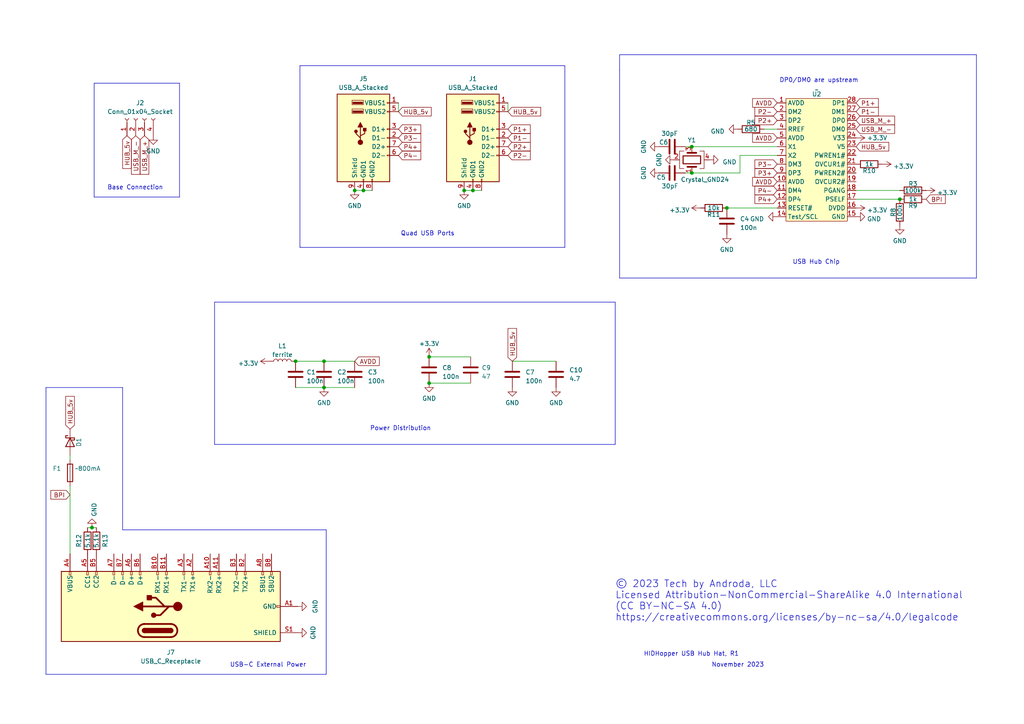
<source format=kicad_sch>
(kicad_sch (version 20230121) (generator eeschema)
  (paper "A4")
  (lib_symbols
    (symbol "Connector:Conn_01x04_Socket" (pin_names (offset 1.016) hide)
      (property "Reference" "J" (at 0 5.08 0))
      (property "Value" "Conn_01x04_Socket" (at 0 -7.62 0))
      (symbol "Conn_01x04_Socket_1_1"
        (arc (start 0 -4.572) (mid -0.5058 -5.08) (end 0 -5.588) (stroke (width 0.1524)))
        (arc (start 0 -2.032) (mid -0.5058 -2.54) (end 0 -3.048) (stroke (width 0.1524)))
        (polyline (pts (xy -1.27 -5.08) (xy -0.508 -5.08)) (stroke (width 0.1524)))
        (polyline (pts (xy -1.27 -2.54) (xy -0.508 -2.54)) (stroke (width 0.1524)))
        (polyline (pts (xy -1.27 0) (xy -0.508 0)) (stroke (width 0.1524)))
        (polyline (pts (xy -1.27 2.54) (xy -0.508 2.54)) (stroke (width 0.1524)))
        (arc (start 0 0.508) (mid -0.5058 0) (end 0 -0.508) (stroke (width 0.1524)))
        (arc (start 0 3.048) (mid -0.5058 2.54) (end 0 2.032) (stroke (width 0.1524)))
        (pin passive line (at -5.08 2.54 0) (length 3.81) (name "Pin_1") (number "1"))
        (pin passive line (at -5.08 0 0) (length 3.81) (name "Pin_2") (number "2"))
        (pin passive line (at -5.08 -2.54 0) (length 3.81) (name "Pin_3") (number "3"))
        (pin passive line (at -5.08 -5.08 0) (length 3.81) (name "Pin_4") (number "4"))
      )
    )
    (symbol "Connector:USB_A_Stacked" (pin_names (offset 1.016))
      (property "Reference" "J" (at 0 15.875 0))
      (property "Value" "USB_A_Stacked" (at 0 13.97 0))
      (symbol "USB_A_Stacked_0_1"
        (rectangle (start -7.62 12.7) (end 7.62 -12.7) (stroke (width 0.254)) (fill (type background)))
        (circle (center -2.159 1.905) (radius 0.381) (stroke (width 0.254)) (fill (type outline)))
        (circle (center -0.889 -1.27) (radius 0.635) (stroke (width 0.254)) (fill (type outline)))
        (rectangle (start -0.254 7.366) (end -3.048 7.874) (fill (type outline)))
        (rectangle (start -0.254 9.906) (end -3.048 10.414) (fill (type outline)))
        (rectangle (start -0.127 -12.7) (end 0.127 -11.938))
        (polyline (pts (xy -1.524 3.175) (xy -0.254 3.175) (xy -0.889 4.445) (xy -1.524 3.175)) (stroke (width 0.254)) (fill (type outline)))
        (polyline (pts (xy -0.889 -0.635) (xy -0.889 0) (xy -2.159 1.27) (xy -2.159 1.905)) (stroke (width 0.254)))
        (polyline (pts (xy -0.889 0) (xy -0.889 0.635) (xy 0.381 1.27) (xy 0.381 2.54)) (stroke (width 0.254)))
        (rectangle (start 0 2.794) (end 0.762 2.032) (stroke (width 0.254)) (fill (type outline)))
        (rectangle (start 0 7.112) (end -3.302 8.382))
        (rectangle (start 0 9.652) (end -3.302 10.922))
        (rectangle (start 2.413 -12.7) (end 2.667 -11.938))
        (rectangle (start 7.62 -5.207) (end 6.858 -4.953))
        (rectangle (start 7.62 -2.667) (end 6.858 -2.413))
        (rectangle (start 7.62 -0.127) (end 6.858 0.127))
        (rectangle (start 7.62 2.413) (end 6.858 2.667))
        (rectangle (start 7.62 7.493) (end 6.858 7.747))
        (rectangle (start 7.62 10.033) (end 6.858 10.287))
      )
      (symbol "USB_A_Stacked_1_1"
        (polyline (pts (xy -0.889 0.635) (xy -0.889 3.175)) (stroke (width 0.254)))
        (pin power_in line (at 10.16 10.16 180) (length 2.54) (name "VBUS1") (number "1"))
        (pin bidirectional line (at 10.16 0 180) (length 2.54) (name "D1-") (number "2"))
        (pin bidirectional line (at 10.16 2.54 180) (length 2.54) (name "D1+") (number "3"))
        (pin power_in line (at 0 -15.24 90) (length 2.54) (name "GND1") (number "4"))
        (pin power_in line (at 10.16 7.62 180) (length 2.54) (name "VBUS2") (number "5"))
        (pin bidirectional line (at 10.16 -5.08 180) (length 2.54) (name "D2-") (number "6"))
        (pin bidirectional line (at 10.16 -2.54 180) (length 2.54) (name "D2+") (number "7"))
        (pin power_in line (at 2.54 -15.24 90) (length 2.54) (name "GND2") (number "8"))
        (pin passive line (at -2.54 -15.24 90) (length 2.54) (name "Shield") (number "9"))
      )
    )
    (symbol "Connector:USB_C_Receptacle" (pin_names (offset 1.016))
      (property "Reference" "J" (at -10.16 29.21 0))
      (property "Value" "USB_C_Receptacle" (at 10.16 29.21 0))
      (symbol "USB_C_Receptacle_0_0"
        (rectangle (start -0.254 -35.56) (end 0.254 -34.544))
        (rectangle (start 10.16 -32.766) (end 9.144 -33.274))
        (rectangle (start 10.16 -30.226) (end 9.144 -30.734))
        (rectangle (start 10.16 -25.146) (end 9.144 -25.654))
        (rectangle (start 10.16 -22.606) (end 9.144 -23.114))
        (rectangle (start 10.16 -17.526) (end 9.144 -18.034))
        (rectangle (start 10.16 -14.986) (end 9.144 -15.494))
        (rectangle (start 10.16 -9.906) (end 9.144 -10.414))
        (rectangle (start 10.16 -7.366) (end 9.144 -7.874))
        (rectangle (start 10.16 -2.286) (end 9.144 -2.794))
        (rectangle (start 10.16 0.254) (end 9.144 -0.254))
        (rectangle (start 10.16 5.334) (end 9.144 4.826))
        (rectangle (start 10.16 7.874) (end 9.144 7.366))
        (rectangle (start 10.16 10.414) (end 9.144 9.906))
        (rectangle (start 10.16 12.954) (end 9.144 12.446))
        (rectangle (start 10.16 18.034) (end 9.144 17.526))
        (rectangle (start 10.16 20.574) (end 9.144 20.066))
        (rectangle (start 10.16 25.654) (end 9.144 25.146))
      )
      (symbol "USB_C_Receptacle_0_1"
        (rectangle (start -10.16 27.94) (end 10.16 -35.56) (stroke (width 0.254)) (fill (type background)))
        (arc (start -8.89 -3.81) (mid -6.985 -5.7067) (end -5.08 -3.81) (stroke (width 0.508)))
        (arc (start -7.62 -3.81) (mid -6.985 -4.4423) (end -6.35 -3.81) (stroke (width 0.254)))
        (arc (start -7.62 -3.81) (mid -6.985 -4.4423) (end -6.35 -3.81) (stroke (width 0.254)) (fill (type outline)))
        (rectangle (start -7.62 -3.81) (end -6.35 3.81) (stroke (width 0.254)) (fill (type outline)))
        (arc (start -6.35 3.81) (mid -6.985 4.4423) (end -7.62 3.81) (stroke (width 0.254)))
        (arc (start -6.35 3.81) (mid -6.985 4.4423) (end -7.62 3.81) (stroke (width 0.254)) (fill (type outline)))
        (arc (start -5.08 3.81) (mid -6.985 5.7067) (end -8.89 3.81) (stroke (width 0.508)))
        (polyline (pts (xy -8.89 -3.81) (xy -8.89 3.81)) (stroke (width 0.508)))
        (polyline (pts (xy -5.08 3.81) (xy -5.08 -3.81)) (stroke (width 0.508)))
      )
      (symbol "USB_C_Receptacle_1_1"
        (circle (center -2.54 1.143) (radius 0.635) (stroke (width 0.254)) (fill (type outline)))
        (circle (center 0 -5.842) (radius 1.27) (fill (type outline)))
        (polyline (pts (xy 0 -5.842) (xy 0 4.318)) (stroke (width 0.508)))
        (polyline (pts (xy 0 -3.302) (xy -2.54 -0.762) (xy -2.54 0.508)) (stroke (width 0.508)))
        (polyline (pts (xy 0 -2.032) (xy 2.54 0.508) (xy 2.54 1.778)) (stroke (width 0.508)))
        (polyline (pts (xy -1.27 4.318) (xy 0 6.858) (xy 1.27 4.318) (xy -1.27 4.318)) (stroke (width 0.254)) (fill (type outline)))
        (rectangle (start 1.905 1.778) (end 3.175 3.048) (stroke (width 0.254)) (fill (type outline)))
        (pin passive line (at 0 -40.64 90) (length 5.08) (name "GND") (number "A1"))
        (pin bidirectional line (at 15.24 -15.24 180) (length 5.08) (name "RX2-") (number "A10"))
        (pin bidirectional line (at 15.24 -17.78 180) (length 5.08) (name "RX2+") (number "A11"))
        (pin passive line (at 0 -40.64 90) (length 5.08) hide (name "GND") (number "A12"))
        (pin bidirectional line (at 15.24 -10.16 180) (length 5.08) (name "TX1+") (number "A2"))
        (pin bidirectional line (at 15.24 -7.62 180) (length 5.08) (name "TX1-") (number "A3"))
        (pin passive line (at 15.24 25.4 180) (length 5.08) (name "VBUS") (number "A4"))
        (pin bidirectional line (at 15.24 20.32 180) (length 5.08) (name "CC1") (number "A5"))
        (pin bidirectional line (at 15.24 7.62 180) (length 5.08) (name "D+") (number "A6"))
        (pin bidirectional line (at 15.24 12.7 180) (length 5.08) (name "D-") (number "A7"))
        (pin bidirectional line (at 15.24 -30.48 180) (length 5.08) (name "SBU1") (number "A8"))
        (pin passive line (at 15.24 25.4 180) (length 5.08) hide (name "VBUS") (number "A9"))
        (pin passive line (at 0 -40.64 90) (length 5.08) hide (name "GND") (number "B1"))
        (pin bidirectional line (at 15.24 0 180) (length 5.08) (name "RX1-") (number "B10"))
        (pin bidirectional line (at 15.24 -2.54 180) (length 5.08) (name "RX1+") (number "B11"))
        (pin passive line (at 0 -40.64 90) (length 5.08) hide (name "GND") (number "B12"))
        (pin bidirectional line (at 15.24 -25.4 180) (length 5.08) (name "TX2+") (number "B2"))
        (pin bidirectional line (at 15.24 -22.86 180) (length 5.08) (name "TX2-") (number "B3"))
        (pin passive line (at 15.24 25.4 180) (length 5.08) hide (name "VBUS") (number "B4"))
        (pin bidirectional line (at 15.24 17.78 180) (length 5.08) (name "CC2") (number "B5"))
        (pin bidirectional line (at 15.24 5.08 180) (length 5.08) (name "D+") (number "B6"))
        (pin bidirectional line (at 15.24 10.16 180) (length 5.08) (name "D-") (number "B7"))
        (pin bidirectional line (at 15.24 -33.02 180) (length 5.08) (name "SBU2") (number "B8"))
        (pin passive line (at 15.24 25.4 180) (length 5.08) hide (name "VBUS") (number "B9"))
        (pin passive line (at -7.62 -40.64 90) (length 5.08) (name "SHIELD") (number "S1"))
      )
    )
    (symbol "Device:C" (pin_numbers hide) (pin_names (offset 0.254))
      (property "Reference" "C" (at 0.635 2.54 0))
      (property "Value" "C" (at 0.635 -2.54 0))
      (symbol "C_0_1"
        (polyline (pts (xy -2.032 -0.762) (xy 2.032 -0.762)) (stroke (width 0.508)))
        (polyline (pts (xy -2.032 0.762) (xy 2.032 0.762)) (stroke (width 0.508)))
      )
      (symbol "C_1_1"
        (pin passive line (at 0 3.81 270) (length 2.794) (name "~") (number "1"))
        (pin passive line (at 0 -3.81 90) (length 2.794) (name "~") (number "2"))
      )
    )
    (symbol "Device:Crystal_GND24" (pin_names (offset 1.016) hide)
      (property "Reference" "Y" (at 3.175 5.08 0))
      (property "Value" "Crystal_GND24" (at 3.175 3.175 0))
      (symbol "Crystal_GND24_0_1"
        (rectangle (start -1.143 2.54) (end 1.143 -2.54) (stroke (width 0.3048)))
        (polyline (pts (xy -2.54 0) (xy -2.032 0)))
        (polyline (pts (xy -2.032 -1.27) (xy -2.032 1.27)) (stroke (width 0.508)))
        (polyline (pts (xy 0 -3.81) (xy 0 -3.556)))
        (polyline (pts (xy 0 3.556) (xy 0 3.81)))
        (polyline (pts (xy 2.032 -1.27) (xy 2.032 1.27)) (stroke (width 0.508)))
        (polyline (pts (xy 2.032 0) (xy 2.54 0)))
        (polyline (pts (xy -2.54 -2.286) (xy -2.54 -3.556) (xy 2.54 -3.556) (xy 2.54 -2.286)))
        (polyline (pts (xy -2.54 2.286) (xy -2.54 3.556) (xy 2.54 3.556) (xy 2.54 2.286)))
      )
      (symbol "Crystal_GND24_1_1"
        (pin passive line (at -3.81 0 0) (length 1.27) (name "1") (number "1"))
        (pin passive line (at 0 5.08 270) (length 1.27) (name "2") (number "2"))
        (pin passive line (at 3.81 0 180) (length 1.27) (name "3") (number "3"))
        (pin passive line (at 0 -5.08 90) (length 1.27) (name "4") (number "4"))
      )
    )
    (symbol "Device:D_Schottky" (pin_numbers hide) (pin_names (offset 1.016) hide)
      (property "Reference" "D" (at 0 2.54 0))
      (property "Value" "D_Schottky" (at 0 -2.54 0))
      (symbol "D_Schottky_0_1"
        (polyline (pts (xy 1.27 0) (xy -1.27 0)))
        (polyline (pts (xy 1.27 1.27) (xy 1.27 -1.27) (xy -1.27 0) (xy 1.27 1.27)) (stroke (width 0.254)))
        (polyline (pts (xy -1.905 0.635) (xy -1.905 1.27) (xy -1.27 1.27) (xy -1.27 -1.27) (xy -0.635 -1.27) (xy -0.635 -0.635)) (stroke (width 0.254)))
      )
      (symbol "D_Schottky_1_1"
        (pin passive line (at -3.81 0 0) (length 2.54) (name "K") (number "1"))
        (pin passive line (at 3.81 0 180) (length 2.54) (name "A") (number "2"))
      )
    )
    (symbol "Device:Fuse" (pin_numbers hide) (pin_names (offset 0))
      (property "Reference" "F" (at 2.032 0 90))
      (property "Value" "Fuse" (at -1.905 0 90))
      (symbol "Fuse_0_1"
        (rectangle (start -0.762 -2.54) (end 0.762 2.54) (stroke (width 0.254)))
        (polyline (pts (xy 0 2.54) (xy 0 -2.54)))
      )
      (symbol "Fuse_1_1"
        (pin passive line (at 0 3.81 270) (length 1.27) (name "~") (number "1"))
        (pin passive line (at 0 -3.81 90) (length 1.27) (name "~") (number "2"))
      )
    )
    (symbol "Device:L" (pin_numbers hide) (pin_names (offset 1.016) hide)
      (property "Reference" "L" (at -1.27 0 90))
      (property "Value" "L" (at 1.905 0 90))
      (symbol "L_0_1"
        (arc (start 0 -2.54) (mid 0.6323 -1.905) (end 0 -1.27))
        (arc (start 0 -1.27) (mid 0.6323 -0.635) (end 0 0))
        (arc (start 0 0) (mid 0.6323 0.635) (end 0 1.27))
        (arc (start 0 1.27) (mid 0.6323 1.905) (end 0 2.54))
      )
      (symbol "L_1_1"
        (pin passive line (at 0 3.81 270) (length 1.27) (name "1") (number "1"))
        (pin passive line (at 0 -3.81 90) (length 1.27) (name "2") (number "2"))
      )
    )
    (symbol "Device:R" (pin_numbers hide) (pin_names (offset 0))
      (property "Reference" "R" (at 2.032 0 90))
      (property "Value" "R" (at 0 0 90))
      (symbol "R_0_1"
        (rectangle (start -1.016 -2.54) (end 1.016 2.54) (stroke (width 0.254)))
      )
      (symbol "R_1_1"
        (pin passive line (at 0 3.81 270) (length 1.27) (name "~") (number "1"))
        (pin passive line (at 0 -3.81 90) (length 1.27) (name "~") (number "2"))
      )
    )
    (symbol "New_Library:GL850G_SSOP28"
      (property "Reference" "U" (at 0 1.27 0))
      (symbol "GL850G_SSOP28_0_1"
        (rectangle (start -8.89 -1.27) (end 8.89 -36.83) (fill (type background)))
      )
      (symbol "GL850G_SSOP28_1_1"
        (pin input line (at -11.43 -2.54 0) (length 2.54) (name "AVDD") (number "1"))
        (pin input line (at -11.43 -25.4 0) (length 2.54) (name "AVDD") (number "10"))
        (pin input line (at -11.43 -27.94 0) (length 2.54) (name "DM4") (number "11"))
        (pin input line (at -11.43 -30.48 0) (length 2.54) (name "DP4") (number "12"))
        (pin input line (at -11.43 -33.02 0) (length 2.54) (name "RESET#") (number "13"))
        (pin input line (at -11.43 -35.56 0) (length 2.54) (name "Test/SCL") (number "14"))
        (pin input line (at 11.43 -35.56 180) (length 2.54) (name "GND") (number "15"))
        (pin input line (at 11.43 -33.02 180) (length 2.54) (name "DVDD") (number "16"))
        (pin input line (at 11.43 -30.48 180) (length 2.54) (name "PSELF") (number "17"))
        (pin input line (at 11.43 -27.94 180) (length 2.54) (name "PGANG") (number "18"))
        (pin input line (at 11.43 -25.4 180) (length 2.54) (name "OVCUR2#") (number "19"))
        (pin input line (at -11.43 -5.08 0) (length 2.54) (name "DM2") (number "2"))
        (pin input line (at 11.43 -22.86 180) (length 2.54) (name "PWREN2#") (number "20"))
        (pin input line (at 11.43 -20.32 180) (length 2.54) (name "OVCUR1#") (number "21"))
        (pin input line (at 11.43 -17.78 180) (length 2.54) (name "PWREN1#") (number "22"))
        (pin input line (at 11.43 -15.24 180) (length 2.54) (name "V5") (number "23"))
        (pin input line (at 11.43 -12.7 180) (length 2.54) (name "V33") (number "24"))
        (pin input line (at 11.43 -10.16 180) (length 2.54) (name "DM0") (number "25"))
        (pin input line (at 11.43 -7.62 180) (length 2.54) (name "DP0") (number "26"))
        (pin input line (at 11.43 -5.08 180) (length 2.54) (name "DM1") (number "27"))
        (pin input line (at 11.43 -2.54 180) (length 2.54) (name "DP1") (number "28"))
        (pin input line (at -11.43 -7.62 0) (length 2.54) (name "DP2") (number "3"))
        (pin input line (at -11.43 -10.16 0) (length 2.54) (name "RREF") (number "4"))
        (pin input line (at -11.43 -12.7 0) (length 2.54) (name "AVDD") (number "5"))
        (pin input line (at -11.43 -15.24 0) (length 2.54) (name "X1") (number "6"))
        (pin input line (at -11.43 -17.78 0) (length 2.54) (name "X2") (number "7"))
        (pin input line (at -11.43 -20.32 0) (length 2.54) (name "DM3") (number "8"))
        (pin input line (at -11.43 -22.86 0) (length 2.54) (name "DP3") (number "9"))
      )
    )
    (symbol "power:+3.3V" (power) (pin_names (offset 0))
      (property "Value" "+3.3V" (at 0 3.556 0))
      (symbol "+3.3V_0_1"
        (polyline (pts (xy -0.762 1.27) (xy 0 2.54)))
        (polyline (pts (xy 0 0) (xy 0 2.54)))
        (polyline (pts (xy 0 2.54) (xy 0.762 1.27)))
      )
      (symbol "+3.3V_1_1"
        (pin power_in line (at 0 0 90) (length 0) hide (name "+3.3V") (number "1"))
      )
    )
    (symbol "power:GND" (power) (pin_names (offset 0))
      (property "Value" "GND" (at 0 -3.81 0))
      (symbol "GND_0_1"
        (polyline (pts (xy 0 0) (xy 0 -1.27) (xy 1.27 -1.27) (xy 0 -2.54) (xy -1.27 -1.27) (xy 0 -1.27)))
      )
      (symbol "GND_1_1"
        (pin power_in line (at 0 0 270) (length 0) hide (name "GND") (number "1"))
      )
    )
  )
  (junction (at 200.66 50.165))
  (junction (at 200.66 42.545))
  (junction (at 124.46 103.505))
  (junction (at 260.985 57.785))
  (junction (at 134.62 55.245))
  (junction (at 210.82 60.325))
  (junction (at 85.725 104.775))
  (junction (at 93.98 104.775))
  (junction (at 105.41 55.245))
  (junction (at 93.98 112.395))
  (junction (at 102.87 55.245))
  (junction (at 124.46 111.125))
  (junction (at 137.16 55.245))
  (junction (at 26.67 153.035))
  (polyline (pts (xy 163.83 71.755) (xy 163.83 19.05)))
  (polyline (pts (xy 35.56 112.395) (xy 13.335 112.395)))
  (wire (pts (xy 214.63 45.085) (xy 214.63 50.165)))
  (polyline (pts (xy 13.335 113.665) (xy 13.335 195.58)))
  (wire (pts (xy 248.285 57.785) (xy 260.985 57.785)))
  (wire (pts (xy 198.755 42.545) (xy 200.66 42.545)))
  (polyline (pts (xy 179.705 15.875) (xy 179.705 20.32)))
  (polyline (pts (xy 179.705 20.32) (xy 179.705 80.645)))
  (wire (pts (xy 20.32 140.97) (xy 20.32 160.655)))
  (wire (pts (xy 85.725 104.775) (xy 93.98 104.775)))
  (wire (pts (xy 200.66 50.165) (xy 198.755 50.165)))
  (wire (pts (xy 93.98 104.775) (xy 102.87 104.775)))
  (polyline (pts (xy 62.23 87.63) (xy 62.23 128.905)))
  (polyline (pts (xy 27.305 24.13) (xy 52.07 24.13)))
  (wire (pts (xy 214.63 50.165) (xy 200.66 50.165)))
  (wire (pts (xy 105.41 55.245) (xy 107.95 55.245)))
  (wire (pts (xy 134.62 55.245) (xy 137.16 55.245)))
  (polyline (pts (xy 86.995 19.05) (xy 163.83 19.05)))
  (polyline (pts (xy 178.435 128.905) (xy 178.435 87.63)))
  (wire (pts (xy 210.82 60.325) (xy 225.425 60.325)))
  (polyline (pts (xy 86.995 19.05) (xy 86.995 71.755)))
  (polyline (pts (xy 283.21 15.875) (xy 179.705 15.875)))
  (polyline (pts (xy 62.23 128.905) (xy 178.435 128.905)))
  (polyline (pts (xy 13.335 195.58) (xy 94.615 195.58)))
  (wire (pts (xy 221.615 37.465) (xy 225.425 37.465)))
  (wire (pts (xy 26.67 153.035) (xy 27.94 153.035)))
  (wire (pts (xy 147.32 29.845) (xy 147.32 32.385)))
  (polyline (pts (xy 13.335 112.395) (xy 13.335 113.665)))
  (wire (pts (xy 25.4 153.035) (xy 26.67 153.035)))
  (polyline (pts (xy 283.21 80.645) (xy 283.21 15.875)))
  (polyline (pts (xy 35.56 153.67) (xy 35.56 112.395)))
  (wire (pts (xy 20.32 132.08) (xy 20.32 133.35)))
  (wire (pts (xy 115.57 29.845) (xy 115.57 32.385)))
  (wire (pts (xy 124.46 111.125) (xy 136.525 111.125)))
  (polyline (pts (xy 27.305 24.13) (xy 27.305 57.15)))
  (polyline (pts (xy 62.23 87.63) (xy 178.435 87.63)))
  (wire (pts (xy 248.285 55.245) (xy 260.985 55.245)))
  (polyline (pts (xy 179.705 80.645) (xy 283.21 80.645)))
  (polyline (pts (xy 94.615 195.58) (xy 94.615 153.67)))
  (wire (pts (xy 148.59 104.775) (xy 161.29 104.775)))
  (polyline (pts (xy 52.07 57.15) (xy 52.07 24.13)))
  (wire (pts (xy 124.46 103.505) (xy 136.525 103.505)))
  (wire (pts (xy 85.725 112.395) (xy 93.98 112.395)))
  (polyline (pts (xy 94.615 153.67) (xy 35.56 153.67)))
  (wire (pts (xy 225.425 45.085) (xy 214.63 45.085)))
  (polyline (pts (xy 27.305 57.15) (xy 52.07 57.15)))
  (wire (pts (xy 102.87 55.245) (xy 105.41 55.245)))
  (wire (pts (xy 200.66 42.545) (xy 225.425 42.545)))
  (polyline (pts (xy 86.995 71.755) (xy 163.83 71.755)))
  (wire (pts (xy 137.16 55.245) (xy 139.7 55.245)))
  (wire (pts (xy 93.98 112.395) (xy 102.87 112.395)))
  (text "HIDHopper USB Hub Hat, R1" (at 186.69 190.5 0) (effects (font (size 1.27 1.27)) (justify left bottom)))
  (text "USB Hub Chip" (at 229.87 76.835 0) (effects (font (size 1.27 1.27)) (justify left bottom)))
  (text "November 2023" (at 206.375 193.675 0) (effects (font (size 1.27 1.27)) (justify left bottom)))
  (text "Power Distribution" (at 107.315 125.095 0) (effects (font (size 1.27 1.27)) (justify left bottom)))
  (text "Base Connection" (at 31.115 55.245 0) (effects (font (size 1.27 1.27)) (justify left bottom)))
  (text "© 2023 Tech by Androda, LLC\nLicensed Attribution-NonCommercial-ShareAlike 4.0 International\n(CC BY-NC-SA 4.0)\nhttps://creativecommons.org/licenses/by-nc-sa/4.0/legalcode" (at 178.435 180.34 0) (effects (font (size 2 2)) (justify left bottom)))
  (text "DP0/DM0 are upstream" (at 226.06 24.13 0) (effects (font (size 1.27 1.27)) (justify left bottom)))
  (text "Quad USB Ports" (at 116.205 68.58 0) (effects (font (size 1.27 1.27)) (justify left bottom)))
  (text "USB-C External Power" (at 66.675 193.675 0) (effects (font (size 1.27 1.27)) (justify left bottom)))
  (global_label "HUB_5v" (shape input) (at 36.83 39.37 270) (property "Intersheetrefs" "${INTERSHEET_REFS}" (effects hide)))
  (global_label "HUB_5v" (shape input) (at 148.59 104.775 90) (property "Intersheetrefs" "${INTERSHEET_REFS}" (effects hide)))
  (global_label "P4-" (shape input) (at 225.425 55.245 180) (property "Intersheetrefs" "${INTERSHEET_REFS}" (effects hide)))
  (global_label "P2-" (shape input) (at 147.32 45.085 0) (property "Intersheetrefs" "${INTERSHEET_REFS}" (effects hide)))
  (global_label "BPI" (shape input) (at 268.605 57.785 0) (property "Intersheetrefs" "${INTERSHEET_REFS}" (effects hide)))
  (global_label "P3+" (shape input) (at 225.425 50.165 180) (property "Intersheetrefs" "${INTERSHEET_REFS}" (effects hide)))
  (global_label "USB_M_-" (shape input) (at 39.37 39.37 270) (property "Intersheetrefs" "${INTERSHEET_REFS}" (effects hide)))
  (global_label "P2+" (shape input) (at 147.32 42.545 0) (property "Intersheetrefs" "${INTERSHEET_REFS}" (effects hide)))
  (global_label "P3-" (shape input) (at 115.57 40.005 0) (property "Intersheetrefs" "${INTERSHEET_REFS}" (effects hide)))
  (global_label "P1-" (shape input) (at 248.285 32.385 0) (property "Intersheetrefs" "${INTERSHEET_REFS}" (effects hide)))
  (global_label "P3+" (shape input) (at 115.57 37.465 0) (property "Intersheetrefs" "${INTERSHEET_REFS}" (effects hide)))
  (global_label "HUB_5v" (shape input) (at 147.32 32.385 0) (property "Intersheetrefs" "${INTERSHEET_REFS}" (effects hide)))
  (global_label "P1+" (shape input) (at 147.32 37.465 0) (property "Intersheetrefs" "${INTERSHEET_REFS}" (effects hide)))
  (global_label "P1+" (shape input) (at 248.285 29.845 0) (property "Intersheetrefs" "${INTERSHEET_REFS}" (effects hide)))
  (global_label "P2-" (shape input) (at 225.425 32.385 180) (property "Intersheetrefs" "${INTERSHEET_REFS}" (effects hide)))
  (global_label "P4+" (shape input) (at 115.57 42.545 0) (property "Intersheetrefs" "${INTERSHEET_REFS}" (effects hide)))
  (global_label "P1-" (shape input) (at 147.32 40.005 0) (property "Intersheetrefs" "${INTERSHEET_REFS}" (effects hide)))
  (global_label "AVDD" (shape input) (at 102.87 104.775 0) (property "Intersheetrefs" "${INTERSHEET_REFS}" (effects hide)))
  (global_label "P4+" (shape input) (at 225.425 57.785 180) (property "Intersheetrefs" "${INTERSHEET_REFS}" (effects hide)))
  (global_label "P4-" (shape input) (at 115.57 45.085 0) (property "Intersheetrefs" "${INTERSHEET_REFS}" (effects hide)))
  (global_label "AVDD" (shape input) (at 225.425 29.845 180) (property "Intersheetrefs" "${INTERSHEET_REFS}" (effects hide)))
  (global_label "BPI" (shape input) (at 20.32 143.51 180) (property "Intersheetrefs" "${INTERSHEET_REFS}" (effects hide)))
  (global_label "AVDD" (shape input) (at 225.425 40.005 180) (property "Intersheetrefs" "${INTERSHEET_REFS}" (effects hide)))
  (global_label "USB_M_+" (shape input) (at 41.91 39.37 270) (property "Intersheetrefs" "${INTERSHEET_REFS}" (effects hide)))
  (global_label "P3-" (shape input) (at 225.425 47.625 180) (property "Intersheetrefs" "${INTERSHEET_REFS}" (effects hide)))
  (global_label "HUB_5v" (shape input) (at 248.285 42.545 0) (property "Intersheetrefs" "${INTERSHEET_REFS}" (effects hide)))
  (global_label "HUB_5v" (shape input) (at 115.57 32.385 0) (property "Intersheetrefs" "${INTERSHEET_REFS}" (effects hide)))
  (global_label "USB_M_-" (shape input) (at 248.285 37.465 0) (property "Intersheetrefs" "${INTERSHEET_REFS}" (effects hide)))
  (global_label "USB_M_+" (shape input) (at 248.285 34.925 0) (property "Intersheetrefs" "${INTERSHEET_REFS}" (effects hide)))
  (global_label "P2+" (shape input) (at 225.425 34.925 180) (property "Intersheetrefs" "${INTERSHEET_REFS}" (effects hide)))
  (global_label "AVDD" (shape input) (at 225.425 52.705 180) (property "Intersheetrefs" "${INTERSHEET_REFS}" (effects hide)))
  (global_label "HUB_5v" (shape input) (at 20.32 124.46 90) (property "Intersheetrefs" "${INTERSHEET_REFS}" (effects hide)))
  (symbol (lib_id "Device:R") (at 260.985 61.595 180) (unit 1)
    (property "Reference" "R8" (at 259.08 61.595 90))
    (property "Value" "100k" (at 260.985 61.595 90))
    (property "Footprint" "Resistor_SMD:R_0603_1608Metric" (effects hide))
  )
  (symbol (lib_id "Device:R") (at 207.01 60.325 90) (unit 1)
    (property "Reference" "R11" (at 207.01 62.23 90))
    (property "Value" "10k" (at 207.01 60.325 90))
  )
  (symbol (lib_id "power:GND") (at 191.135 50.165 270) (unit 1)
    (property "Reference" "#PWR05" (effects hide))
    (property "Value" "GND" (at 186.69 50.165 0))
  )
  (symbol (lib_id "Device:R") (at 25.4 156.845 180) (unit 1)
    (property "Reference" "R12" (at 22.86 156.845 90))
    (property "Value" "5.1k" (at 25.4 156.845 90))
    (property "Footprint" "Resistor_SMD:R_0402_1005Metric" (effects hide))
  )
  (symbol (lib_id "Device:C") (at 210.82 64.135 0) (unit 1)
    (property "Reference" "C4" (at 214.63 63.5 0) (effects (justify left)))
    (property "Value" "100n" (at 214.63 66.04 0) (effects (justify left)))
  )
  (symbol (lib_id "Device:C") (at 161.29 108.585 0) (unit 1)
    (property "Reference" "C10" (at 165.1 107.315 0) (effects (justify left)))
    (property "Value" "4.7" (at 165.1 109.855 0) (effects (justify left)))
    (property "Footprint" "Capacitor_SMD:C_0805_2012Metric" (effects hide))
  )
  (symbol (lib_id "Device:C") (at 102.87 108.585 0) (unit 1)
    (property "Reference" "C3" (at 106.68 107.95 0) (effects (justify left)))
    (property "Value" "100n" (at 106.68 110.49 0) (effects (justify left)))
    (property "Footprint" "Capacitor_SMD:C_0805_2012Metric" (effects hide))
  )
  (symbol (lib_id "Connector:Conn_01x04_Socket") (at 39.37 34.29 90) (unit 1)
    (property "Reference" "J2" (at 40.64 29.845 90))
    (property "Value" "Conn_01x04_Socket" (at 40.64 32.385 90))
    (property "Footprint" "Connector_PinSocket_2.54mm:PinSocket_1x04_P2.54mm_Vertical" (effects hide))
  )
  (symbol (lib_id "power:GND") (at 134.62 55.245 0) (unit 1)
    (property "Reference" "#PWR014" (effects hide))
    (property "Value" "GND" (at 134.62 59.69 0))
  )
  (symbol (lib_id "Device:C") (at 194.945 42.545 270) (unit 1)
    (property "Reference" "C6" (at 191.135 41.275 90) (effects (justify left)))
    (property "Value" "30pF" (at 191.77 38.735 90) (effects (justify left)))
    (property "Footprint" "Capacitor_SMD:C_0402_1005Metric" (effects hide))
  )
  (symbol (lib_id "power:GND") (at 225.425 62.865 270) (unit 1)
    (property "Reference" "#PWR013" (effects hide))
    (property "Value" "GND" (at 221.615 63.5 90) (effects (justify right)))
  )
  (symbol (lib_id "power:+3.3V") (at 255.905 47.625 270) (unit 1)
    (property "Reference" "#PWR019" (effects hide))
    (property "Value" "+3.3V" (at 259.08 48.26 90) (effects (justify left)))
  )
  (symbol (lib_id "Device:R") (at 217.805 37.465 90) (unit 1)
    (property "Reference" "R5" (at 217.805 35.56 90))
    (property "Value" "680" (at 217.805 37.465 90))
    (property "Footprint" "Resistor_SMD:R_0603_1608Metric" (effects hide))
  )
  (symbol (lib_id "Device:C") (at 93.98 108.585 0) (unit 1)
    (property "Reference" "C2" (at 97.79 107.95 0) (effects (justify left)))
    (property "Value" "100n" (at 97.79 110.49 0) (effects (justify left)))
    (property "Footprint" "Capacitor_SMD:C_0805_2012Metric" (effects hide))
  )
  (symbol (lib_id "Device:R") (at 27.94 156.845 0) (unit 1)
    (property "Reference" "R13" (at 30.48 156.845 90))
    (property "Value" "5.1k" (at 27.94 156.845 90))
    (property "Footprint" "Resistor_SMD:R_0402_1005Metric" (effects hide))
  )
  (symbol (lib_id "power:GND") (at 195.58 46.355 270) (unit 1)
    (property "Reference" "#PWR06" (effects hide))
    (property "Value" "GND" (at 191.135 46.355 0))
  )
  (symbol (lib_id "power:GND") (at 124.46 111.125 0) (unit 1)
    (property "Reference" "#PWR022" (effects hide))
    (property "Value" "GND" (at 124.46 115.57 0))
  )
  (symbol (lib_id "power:GND") (at 260.985 65.405 0) (unit 1)
    (property "Reference" "#PWR020" (effects hide))
    (property "Value" "GND" (at 260.985 69.85 0))
  )
  (symbol (lib_id "Connector:USB_A_Stacked") (at 105.41 40.005 0) (unit 1)
    (property "Reference" "J5" (at 105.41 22.86 0))
    (property "Value" "USB_A_Stacked" (at 105.41 25.4 0))
    (property "Footprint" "Connector_USB:USB_A_CUI_UJ2-ADH-TH_Horizontal_Stacked" (effects hide))
    (property "Datasheet" " ~" (effects hide))
  )
  (symbol (lib_id "Device:L") (at 81.915 104.775 90) (unit 1)
    (property "Reference" "L1" (at 81.915 100.33 90))
    (property "Value" "ferrite" (at 81.915 102.87 90))
    (property "Footprint" "Inductor_SMD:L_0805_2012Metric" (effects hide))
  )
  (symbol (lib_id "power:+3.3V") (at 248.285 60.325 270) (unit 1)
    (property "Reference" "#PWR017" (effects hide))
    (property "Value" "+3.3V" (at 251.46 60.96 90) (effects (justify left)))
  )
  (symbol (lib_id "Device:R") (at 252.095 47.625 90) (unit 1)
    (property "Reference" "R10" (at 252.095 49.53 90))
    (property "Value" "1k" (at 252.095 47.625 90))
    (property "Footprint" "Resistor_SMD:R_0603_1608Metric" (effects hide))
  )
  (symbol (lib_id "power:+3.3V") (at 203.2 60.325 90) (unit 1)
    (property "Reference" "#PWR07" (effects hide))
    (property "Value" "+3.3V" (at 200.025 60.96 90) (effects (justify left)))
  )
  (symbol (lib_id "Device:C") (at 124.46 107.315 0) (unit 1)
    (property "Reference" "C8" (at 128.27 106.68 0) (effects (justify left)))
    (property "Value" "100n" (at 128.27 109.22 0) (effects (justify left)))
    (property "Footprint" "Capacitor_SMD:C_0805_2012Metric" (effects hide))
  )
  (symbol (lib_id "power:GND") (at 44.45 39.37 0) (mirror y) (unit 1)
    (property "Reference" "#PWR025" (effects hide))
    (property "Value" "GND" (at 44.45 43.815 0))
  )
  (symbol (lib_id "Device:D_Schottky") (at 20.32 128.27 90) (mirror x) (unit 1)
    (property "Reference" "D1" (at 22.86 128.27 0))
    (property "Value" "D_Schottky" (effects hide))
    (property "Footprint" "Diode_SMD:D_SMA" (effects hide))
  )
  (symbol (lib_id "Device:C") (at 85.725 108.585 0) (unit 1)
    (property "Reference" "C1" (at 88.9 107.95 0) (effects (justify left)))
    (property "Value" "100n" (at 88.9 110.49 0) (effects (justify left)))
    (property "Footprint" "Capacitor_SMD:C_0805_2012Metric" (effects hide))
  )
  (symbol (lib_id "power:GND") (at 102.87 55.245 0) (unit 1)
    (property "Reference" "#PWR08" (effects hide))
    (property "Value" "GND" (at 102.87 59.69 0))
  )
  (symbol (lib_id "power:GND") (at 26.67 153.035 180) (unit 1)
    (property "Reference" "#PWR01" (effects hide))
    (property "Value" "GND" (at 27.305 149.86 90) (effects (justify right)))
  )
  (symbol (lib_id "power:GND") (at 86.36 175.895 90) (unit 1)
    (property "Reference" "#PWR02" (effects hide))
    (property "Value" "GND" (at 91.44 175.895 0))
  )
  (symbol (lib_id "power:GND") (at 148.59 112.395 0) (unit 1)
    (property "Reference" "#PWR026" (effects hide))
    (property "Value" "GND" (at 148.59 116.84 0))
  )
  (symbol (lib_id "power:GND") (at 86.36 183.515 90) (unit 1)
    (property "Reference" "#PWR03" (effects hide))
    (property "Value" "GND" (at 90.805 183.515 0))
  )
  (symbol (lib_id "power:GND") (at 210.82 67.945 0) (unit 1)
    (property "Reference" "#PWR010" (effects hide))
    (property "Value" "GND" (at 210.82 72.39 0))
  )
  (symbol (lib_id "power:GND") (at 205.74 46.355 90) (unit 1)
    (property "Reference" "#PWR09" (effects hide))
    (property "Value" "GND" (at 209.55 46.99 90) (effects (justify right)))
  )
  (symbol (lib_id "power:GND") (at 213.995 37.465 270) (unit 1)
    (property "Reference" "#PWR011" (effects hide))
    (property "Value" "GND" (at 210.185 38.1 90) (effects (justify right)))
  )
  (symbol (lib_id "Device:R") (at 264.795 55.245 90) (unit 1)
    (property "Reference" "R3" (at 264.795 53.34 90))
    (property "Value" "100k" (at 264.795 55.245 90))
    (property "Footprint" "Resistor_SMD:R_0603_1608Metric" (effects hide))
  )
  (symbol (lib_id "Device:Crystal_GND24") (at 200.66 46.355 90) (unit 1)
    (property "Reference" "Y1" (at 200.66 40.64 90))
    (property "Value" "Crystal_GND24" (at 204.47 52.07 90))
    (property "Footprint" "Crystal:Crystal_SMD_3225-4Pin_3.2x2.5mm" (effects hide))
  )
  (symbol (lib_id "Connector:USB_C_Receptacle") (at 45.72 175.895 90) (unit 1)
    (property "Reference" "J7" (at 49.53 189.23 90))
    (property "Value" "USB_C_Receptacle" (at 49.53 191.77 90))
    (property "Footprint" "Connector_USB:USB_C_Receptacle_HRO_TYPE-C-31-M-12" (effects hide))
    (property "Datasheet" "https://www.usb.org/sites/default/files/documents/usb_type-c.zip" (effects hide))
  )
  (symbol (lib_id "power:+3.3V") (at 78.105 104.775 90) (unit 1)
    (property "Reference" "#PWR012" (effects hide))
    (property "Value" "+3.3V" (at 74.93 105.41 90) (effects (justify left)))
  )
  (symbol (lib_id "New_Library:GL850G_SSOP28") (at 236.855 27.305 0) (unit 1)
    (property "Reference" "U2" (at 236.855 27.305 0))
    (property "Value" "~" (at 236.855 26.035 0))
    (property "Footprint" "Package_SO:SSOP-28_5.3x10.2mm_P0.65mm" (effects hide))
  )
  (symbol (lib_id "Device:R") (at 264.795 57.785 90) (unit 1)
    (property "Reference" "R9" (at 264.795 59.69 90))
    (property "Value" "1k" (at 264.795 57.785 90))
    (property "Footprint" "Resistor_SMD:R_0603_1608Metric" (effects hide))
  )
  (symbol (lib_id "power:GND") (at 161.29 112.395 0) (unit 1)
    (property "Reference" "#PWR027" (effects hide))
    (property "Value" "GND" (at 161.29 116.84 0))
  )
  (symbol (lib_id "power:+3.3V") (at 124.46 103.505 0) (unit 1)
    (property "Reference" "#PWR021" (effects hide))
    (property "Value" "+3.3V" (at 124.46 99.695 0))
  )
  (symbol (lib_id "Device:Fuse") (at 20.32 137.16 0) (mirror x) (unit 1)
    (property "Reference" "F1" (at 17.78 135.89 0) (effects (justify right)))
    (property "Value" "~800mA" (at 29.21 135.89 0) (effects (justify right)))
    (property "Footprint" "Fuse:Fuse_0805_2012Metric" (effects hide))
  )
  (symbol (lib_id "Device:C") (at 148.59 108.585 0) (unit 1)
    (property "Reference" "C7" (at 152.4 107.95 0) (effects (justify left)))
    (property "Value" "100n" (at 152.4 110.49 0) (effects (justify left)))
    (property "Footprint" "Capacitor_SMD:C_0805_2012Metric" (effects hide))
  )
  (symbol (lib_id "power:+3.3V") (at 268.605 55.245 270) (unit 1)
    (property "Reference" "#PWR023" (effects hide))
    (property "Value" "+3.3V" (at 271.78 55.88 90) (effects (justify left)))
  )
  (symbol (lib_id "power:+3.3V") (at 248.285 40.005 270) (unit 1)
    (property "Reference" "#PWR016" (effects hide))
    (property "Value" "+3.3V" (at 251.46 40.005 90) (effects (justify left)))
  )
  (symbol (lib_id "power:GND") (at 191.135 42.545 270) (unit 1)
    (property "Reference" "#PWR04" (effects hide))
    (property "Value" "GND" (at 186.69 42.545 0))
  )
  (symbol (lib_id "Connector:USB_A_Stacked") (at 137.16 40.005 0) (unit 1)
    (property "Reference" "J1" (at 137.16 22.86 0))
    (property "Value" "USB_A_Stacked" (at 137.16 25.4 0))
    (property "Footprint" "Connector_USB:USB_A_CUI_UJ2-ADH-TH_Horizontal_Stacked" (effects hide))
    (property "Datasheet" " ~" (effects hide))
  )
  (symbol (lib_id "Device:C") (at 136.525 107.315 0) (unit 1)
    (property "Reference" "C9" (at 139.7 106.68 0) (effects (justify left)))
    (property "Value" "47" (at 139.7 109.22 0) (effects (justify left)))
    (property "Footprint" "Capacitor_SMD:C_1206_3216Metric" (effects hide))
  )
  (symbol (lib_id "Device:C") (at 194.945 50.165 270) (unit 1)
    (property "Reference" "C5" (at 191.77 51.435 90))
    (property "Value" "30pF" (at 194.31 53.975 90))
    (property "Footprint" "Capacitor_SMD:C_0402_1005Metric" (effects hide))
  )
  (symbol (lib_id "power:GND") (at 248.285 62.865 90) (unit 1)
    (property "Reference" "#PWR018" (effects hide))
    (property "Value" "GND" (at 251.46 63.5 90) (effects (justify right)))
  )
  (symbol (lib_id "power:GND") (at 93.98 112.395 0) (unit 1)
    (property "Reference" "#PWR015" (effects hide))
    (property "Value" "GND" (at 93.98 116.84 0))
  )
)
</source>
